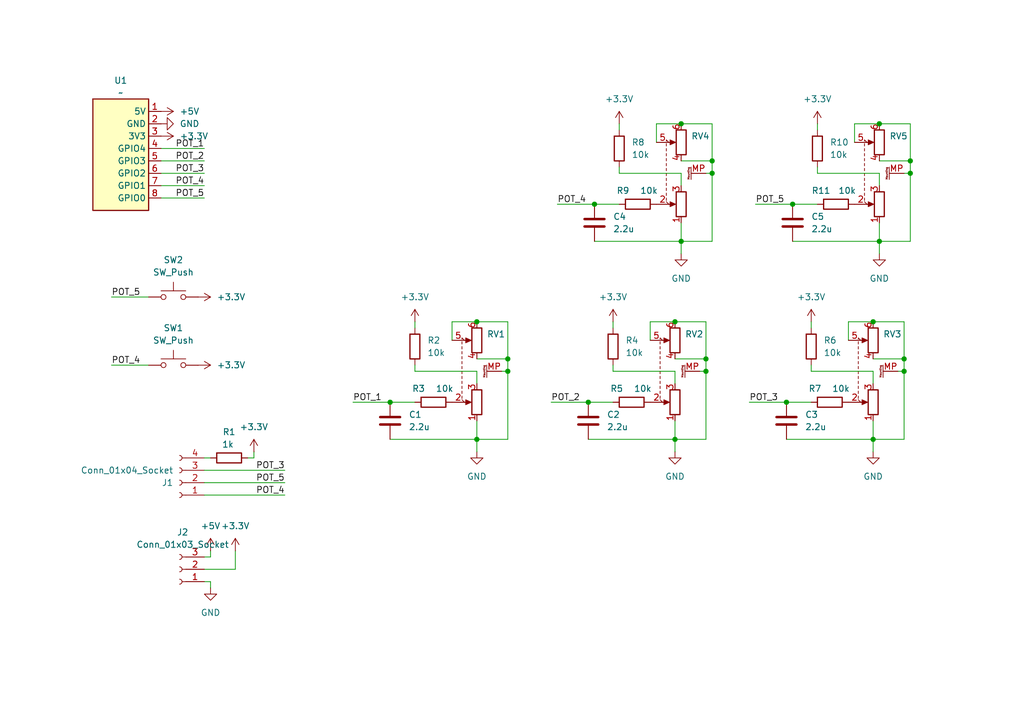
<source format=kicad_sch>
(kicad_sch (version 20231120) (generator "eeschema") (generator_version "8.0")
  (paper "A5")
  (lib_symbols
    (symbol "Connector:Conn_01x03_Socket" (pin_names (offset 1.016) hide)
      (property "Reference" "J" (at 0 5.08 0))
      (property "Value" "Conn_01x03_Socket" (at 0 -5.08 0))
      (symbol "Conn_01x03_Socket_1_1"
        (arc (start 0 -2.032) (mid -0.5058 -2.54) (end 0 -3.048) (stroke (width 0.1524)))
        (polyline (pts (xy -1.27 -2.54) (xy -0.508 -2.54)) (stroke (width 0.1524)))
        (polyline (pts (xy -1.27 0) (xy -0.508 0)) (stroke (width 0.1524)))
        (polyline (pts (xy -1.27 2.54) (xy -0.508 2.54)) (stroke (width 0.1524)))
        (arc (start 0 0.508) (mid -0.5058 0) (end 0 -0.508) (stroke (width 0.1524)))
        (arc (start 0 3.048) (mid -0.5058 2.54) (end 0 2.032) (stroke (width 0.1524)))
        (pin passive line (at -5.08 2.54 0) (length 3.81) (name "Pin_1") (number "1"))
        (pin passive line (at -5.08 0 0) (length 3.81) (name "Pin_2") (number "2"))
        (pin passive line (at -5.08 -2.54 0) (length 3.81) (name "Pin_3") (number "3"))
      )
    )
    (symbol "Connector:Conn_01x04_Socket" (pin_names (offset 1.016) hide)
      (property "Reference" "J" (at 0 5.08 0))
      (property "Value" "Conn_01x04_Socket" (at 0 -7.62 0))
      (symbol "Conn_01x04_Socket_1_1"
        (arc (start 0 -4.572) (mid -0.5058 -5.08) (end 0 -5.588) (stroke (width 0.1524)))
        (arc (start 0 -2.032) (mid -0.5058 -2.54) (end 0 -3.048) (stroke (width 0.1524)))
        (polyline (pts (xy -1.27 -5.08) (xy -0.508 -5.08)) (stroke (width 0.1524)))
        (polyline (pts (xy -1.27 -2.54) (xy -0.508 -2.54)) (stroke (width 0.1524)))
        (polyline (pts (xy -1.27 0) (xy -0.508 0)) (stroke (width 0.1524)))
        (polyline (pts (xy -1.27 2.54) (xy -0.508 2.54)) (stroke (width 0.1524)))
        (arc (start 0 0.508) (mid -0.5058 0) (end 0 -0.508) (stroke (width 0.1524)))
        (arc (start 0 3.048) (mid -0.5058 2.54) (end 0 2.032) (stroke (width 0.1524)))
        (pin passive line (at -5.08 2.54 0) (length 3.81) (name "Pin_1") (number "1"))
        (pin passive line (at -5.08 0 0) (length 3.81) (name "Pin_2") (number "2"))
        (pin passive line (at -5.08 -2.54 0) (length 3.81) (name "Pin_3") (number "3"))
        (pin passive line (at -5.08 -5.08 0) (length 3.81) (name "Pin_4") (number "4"))
      )
    )
    (symbol "Device:C" (pin_numbers hide) (pin_names (offset 0.254))
      (property "Reference" "C" (at 0.635 2.54 0))
      (property "Value" "C" (at 0.635 -2.54 0))
      (symbol "C_0_1"
        (polyline (pts (xy -2.032 -0.762) (xy 2.032 -0.762)) (stroke (width 0.508)))
        (polyline (pts (xy -2.032 0.762) (xy 2.032 0.762)) (stroke (width 0.508)))
      )
      (symbol "C_1_1"
        (pin passive line (at 0 3.81 270) (length 2.794) (name "~") (number "1"))
        (pin passive line (at 0 -3.81 90) (length 2.794) (name "~") (number "2"))
      )
    )
    (symbol "Device:R" (pin_numbers hide) (pin_names (offset 0))
      (property "Reference" "R" (at 2.032 0 90))
      (property "Value" "R" (at 0 0 90))
      (symbol "R_0_1"
        (rectangle (start -1.016 -2.54) (end 1.016 2.54) (stroke (width 0.254)))
      )
      (symbol "R_1_1"
        (pin passive line (at 0 3.81 270) (length 1.27) (name "~") (number "1"))
        (pin passive line (at 0 -3.81 90) (length 1.27) (name "~") (number "2"))
      )
    )
    (symbol "Device:R_Potentiometer_Dual_MountingPin" (pin_names (offset 1.016) hide)
      (property "Reference" "RV" (at 0 3.81 0))
      (property "Value" "R_Potentiometer_Dual_MountingPin" (at 0 1.905 0))
      (symbol "R_Potentiometer_Dual_MountingPin_0_1"
        (rectangle (start -8.89 -1.524) (end -3.81 -3.556) (stroke (width 0.254)))
        (polyline (pts (xy -6.35 0) (xy -6.35 -1.016)))
        (polyline (pts (xy -6.35 0) (xy -6.35 -1.016)))
        (polyline (pts (xy -6.35 0) (xy -5.842 0.508)))
        (polyline (pts (xy -5.588 0.508) (xy -5.08 0.508)))
        (polyline (pts (xy -4.572 0.508) (xy -4.064 0.508)))
        (polyline (pts (xy -3.556 0.508) (xy -3.048 0.508)))
        (polyline (pts (xy -2.54 0.508) (xy -2.032 0.508)))
        (polyline (pts (xy -1.524 0.508) (xy -1.016 0.508)))
        (polyline (pts (xy -0.508 0.508) (xy 0 0.508)))
        (polyline (pts (xy 0.508 0.508) (xy 1.016 0.508)))
        (polyline (pts (xy 1.524 0.508) (xy 2.032 0.508)))
        (polyline (pts (xy 2.54 0.508) (xy 3.048 0.508)))
        (polyline (pts (xy 3.556 0.508) (xy 4.064 0.508)))
        (polyline (pts (xy 4.572 0.508) (xy 5.08 0.508)))
        (polyline (pts (xy 5.588 0.508) (xy 6.096 0.508)))
        (polyline (pts (xy 6.35 0) (xy 6.35 -1.016)))
        (polyline (pts (xy 6.35 0) (xy 6.35 -1.016)))
        (polyline (pts (xy 6.604 0.508) (xy 6.858 0.508) (xy 6.35 0)))
        (polyline (pts (xy -6.35 -1.397) (xy -6.858 -0.254) (xy -5.842 -0.254) (xy -6.35 -1.397)) (fill (type outline)))
        (polyline (pts (xy 6.35 -1.397) (xy 5.842 -0.254) (xy 6.858 -0.254) (xy 6.35 -1.397)) (fill (type outline)))
        (rectangle (start 3.81 -1.524) (end 8.89 -3.556) (stroke (width 0.254)))
      )
      (symbol "R_Potentiometer_Dual_MountingPin_1_1"
        (polyline (pts (xy -1.27 -4.578) (xy 1.27 -4.578)))
        (text "Mounting" (at 0 -4.066 0) (effects (font (size 0.381 0.381))))
        (pin passive line (at -10.16 -2.54 0) (length 1.27) (name "1") (number "1"))
        (pin passive line (at -6.35 2.54 270) (length 2.54) (name "2") (number "2"))
        (pin passive line (at -2.54 -2.54 180) (length 1.27) (name "3") (number "3"))
        (pin passive line (at 2.54 -2.54 0) (length 1.27) (name "4") (number "4"))
        (pin passive line (at 6.35 2.54 270) (length 2.54) (name "5") (number "5"))
        (pin passive line (at 10.16 -2.54 180) (length 1.27) (name "6") (number "6"))
        (pin passive line (at 0 -7.62 90) (length 3.048) (name "MountPin") (number "MP"))
      )
    )
    (symbol "Switch:SW_Push" (pin_numbers hide) (pin_names (offset 1.016) hide)
      (property "Reference" "SW" (at 1.27 2.54 0))
      (property "Value" "SW_Push" (at 0 -1.524 0))
      (symbol "SW_Push_0_1"
        (circle (center -2.032 0) (radius 0.508))
        (polyline (pts (xy 0 1.27) (xy 0 3.048)))
        (polyline (pts (xy 2.54 1.27) (xy -2.54 1.27)))
        (circle (center 2.032 0) (radius 0.508))
        (pin passive line (at -5.08 0 0) (length 2.54) (name "1") (number "1"))
        (pin passive line (at 5.08 0 180) (length 2.54) (name "2") (number "2"))
      )
    )
    (symbol "lib:ESP32-right-side"
      (property "Reference" "U" (at -5.08 13.97 0))
      (symbol "ESP32-right-side_0_1"
        (rectangle (start -6.35 12.7) (end 5.08 -10.16) (stroke (width 0.254)) (fill (type background)))
      )
      (symbol "ESP32-right-side_1_1"
        (pin power_out line (at 7.62 10.16 180) (length 2.54) (name "5V") (number "1"))
        (pin passive line (at 7.62 7.62 180) (length 2.54) (name "GND") (number "2"))
        (pin output line (at 7.62 5.08 180) (length 2.54) (name "3V3") (number "3"))
        (pin bidirectional line (at 7.62 2.54 180) (length 2.54) (name "GPIO4") (number "4"))
        (pin bidirectional line (at 7.62 0 180) (length 2.54) (name "GPIO3") (number "5"))
        (pin bidirectional line (at 7.62 -2.54 180) (length 2.54) (name "GPIO2") (number "6"))
        (pin bidirectional line (at 7.62 -5.08 180) (length 2.54) (name "GPIO1") (number "7"))
        (pin bidirectional line (at 7.62 -7.62 180) (length 2.54) (name "GPIO0") (number "8"))
      )
    )
    (symbol "power:+3.3V" (power) (pin_numbers hide) (pin_names (offset 0) hide)
      (property "Value" "+3.3V" (at 0 3.556 0))
      (symbol "+3.3V_0_1"
        (polyline (pts (xy -0.762 1.27) (xy 0 2.54)))
        (polyline (pts (xy 0 0) (xy 0 2.54)))
        (polyline (pts (xy 0 2.54) (xy 0.762 1.27)))
      )
      (symbol "+3.3V_1_1"
        (pin power_in line (at 0 0 90) (length 0) (name "~") (number "1"))
      )
    )
    (symbol "power:+5V" (power) (pin_numbers hide) (pin_names (offset 0) hide)
      (property "Value" "+5V" (at 0 3.556 0))
      (symbol "+5V_0_1"
        (polyline (pts (xy -0.762 1.27) (xy 0 2.54)))
        (polyline (pts (xy 0 0) (xy 0 2.54)))
        (polyline (pts (xy 0 2.54) (xy 0.762 1.27)))
      )
      (symbol "+5V_1_1"
        (pin power_in line (at 0 0 90) (length 0) (name "~") (number "1"))
      )
    )
    (symbol "power:GND" (power) (pin_numbers hide) (pin_names (offset 0) hide)
      (property "Value" "GND" (at 0 -3.81 0))
      (symbol "GND_0_1"
        (polyline (pts (xy 0 0) (xy 0 -1.27) (xy 1.27 -1.27) (xy 0 -2.54) (xy -1.27 -1.27) (xy 0 -1.27)))
      )
      (symbol "GND_1_1"
        (pin power_in line (at 0 0 270) (length 0) (name "~") (number "1"))
      )
    )
  )
  (junction (at 179.07 66.04))
  (junction (at 185.42 73.66))
  (junction (at 104.14 76.2))
  (junction (at 138.43 66.04))
  (junction (at 104.14 73.66))
  (junction (at 185.42 76.2))
  (junction (at 179.07 90.17))
  (junction (at 139.7 49.53))
  (junction (at 97.79 90.17))
  (junction (at 146.05 35.56))
  (junction (at 97.79 66.04))
  (junction (at 144.78 73.66))
  (junction (at 180.34 25.4))
  (junction (at 120.65 82.55))
  (junction (at 121.92 41.91))
  (junction (at 138.43 90.17))
  (junction (at 139.7 25.4))
  (junction (at 80.01 82.55))
  (junction (at 162.56 41.91))
  (junction (at 186.69 33.02))
  (junction (at 186.69 35.56))
  (junction (at 146.05 33.02))
  (junction (at 180.34 49.53))
  (junction (at 161.29 82.55))
  (junction (at 144.78 76.2))
  (wire (pts (xy 175.26 29.21) (xy 175.26 25.4)))
  (wire (pts (xy 138.43 73.66) (xy 144.78 73.66)))
  (wire (pts (xy 127 34.29) (xy 127 35.56)))
  (wire (pts (xy 97.79 76.2) (xy 97.79 78.74)))
  (wire (pts (xy 85.09 74.93) (xy 85.09 76.2)))
  (wire (pts (xy 43.18 120.65) (xy 43.18 119.38)))
  (wire (pts (xy 125.73 74.93) (xy 125.73 76.2)))
  (wire (pts (xy 143.51 76.2) (xy 144.78 76.2)))
  (wire (pts (xy 139.7 35.56) (xy 139.7 38.1)))
  (wire (pts (xy 72.39 82.55) (xy 80.01 82.55)))
  (wire (pts (xy 185.42 66.04) (xy 185.42 73.66)))
  (wire (pts (xy 144.78 76.2) (xy 144.78 90.17)))
  (wire (pts (xy 43.18 119.38) (xy 41.91 119.38)))
  (wire (pts (xy 180.34 49.53) (xy 180.34 52.07)))
  (wire (pts (xy 139.7 25.4) (xy 146.05 25.4)))
  (wire (pts (xy 161.29 90.17) (xy 179.07 90.17)))
  (wire (pts (xy 179.07 73.66) (xy 185.42 73.66)))
  (wire (pts (xy 41.91 93.98) (xy 43.18 93.98)))
  (wire (pts (xy 114.3 41.91) (xy 121.92 41.91)))
  (wire (pts (xy 173.99 66.04) (xy 179.07 66.04)))
  (wire (pts (xy 179.07 86.36) (xy 179.07 90.17)))
  (wire (pts (xy 180.34 33.02) (xy 186.69 33.02)))
  (wire (pts (xy 180.34 35.56) (xy 180.34 38.1)))
  (wire (pts (xy 186.69 25.4) (xy 186.69 33.02)))
  (wire (pts (xy 185.42 73.66) (xy 185.42 76.2)))
  (wire (pts (xy 134.62 29.21) (xy 134.62 25.4)))
  (wire (pts (xy 80.01 82.55) (xy 85.09 82.55)))
  (wire (pts (xy 185.42 35.56) (xy 186.69 35.56)))
  (wire (pts (xy 120.65 82.55) (xy 125.73 82.55)))
  (wire (pts (xy 139.7 33.02) (xy 146.05 33.02)))
  (wire (pts (xy 33.02 38.1) (xy 41.91 38.1)))
  (wire (pts (xy 92.71 69.85) (xy 92.71 66.04)))
  (wire (pts (xy 139.7 45.72) (xy 139.7 49.53)))
  (wire (pts (xy 104.14 90.17) (xy 97.79 90.17)))
  (wire (pts (xy 22.86 74.93) (xy 30.48 74.93)))
  (wire (pts (xy 138.43 66.04) (xy 144.78 66.04)))
  (wire (pts (xy 22.86 60.96) (xy 30.48 60.96)))
  (wire (pts (xy 166.37 74.93) (xy 166.37 76.2)))
  (wire (pts (xy 80.01 90.17) (xy 97.79 90.17)))
  (wire (pts (xy 120.65 90.17) (xy 138.43 90.17)))
  (wire (pts (xy 186.69 49.53) (xy 180.34 49.53)))
  (wire (pts (xy 85.09 76.2) (xy 97.79 76.2)))
  (wire (pts (xy 50.8 93.98) (xy 52.07 93.98)))
  (wire (pts (xy 186.69 35.56) (xy 186.69 49.53)))
  (wire (pts (xy 85.09 66.04) (xy 85.09 67.31)))
  (wire (pts (xy 41.91 96.52) (xy 58.42 96.52)))
  (wire (pts (xy 41.91 101.6) (xy 58.42 101.6)))
  (wire (pts (xy 146.05 49.53) (xy 139.7 49.53)))
  (wire (pts (xy 133.35 66.04) (xy 138.43 66.04)))
  (wire (pts (xy 162.56 49.53) (xy 180.34 49.53)))
  (wire (pts (xy 48.26 113.03) (xy 48.26 116.84)))
  (wire (pts (xy 154.94 41.91) (xy 162.56 41.91)))
  (wire (pts (xy 146.05 35.56) (xy 146.05 49.53)))
  (wire (pts (xy 185.42 76.2) (xy 185.42 90.17)))
  (wire (pts (xy 102.87 76.2) (xy 104.14 76.2)))
  (wire (pts (xy 184.15 76.2) (xy 185.42 76.2)))
  (wire (pts (xy 33.02 33.02) (xy 41.91 33.02)))
  (wire (pts (xy 175.26 25.4) (xy 180.34 25.4)))
  (wire (pts (xy 166.37 76.2) (xy 179.07 76.2)))
  (wire (pts (xy 138.43 86.36) (xy 138.43 90.17)))
  (wire (pts (xy 139.7 49.53) (xy 139.7 52.07)))
  (wire (pts (xy 97.79 86.36) (xy 97.79 90.17)))
  (wire (pts (xy 153.67 82.55) (xy 161.29 82.55)))
  (wire (pts (xy 33.02 40.64) (xy 41.91 40.64)))
  (wire (pts (xy 179.07 66.04) (xy 185.42 66.04)))
  (wire (pts (xy 186.69 33.02) (xy 186.69 35.56)))
  (wire (pts (xy 144.78 66.04) (xy 144.78 73.66)))
  (wire (pts (xy 127 35.56) (xy 139.7 35.56)))
  (wire (pts (xy 121.92 41.91) (xy 127 41.91)))
  (wire (pts (xy 97.79 90.17) (xy 97.79 92.71)))
  (wire (pts (xy 41.91 99.06) (xy 58.42 99.06)))
  (wire (pts (xy 161.29 82.55) (xy 166.37 82.55)))
  (wire (pts (xy 104.14 76.2) (xy 104.14 90.17)))
  (wire (pts (xy 121.92 49.53) (xy 139.7 49.53)))
  (wire (pts (xy 43.18 114.3) (xy 43.18 113.03)))
  (wire (pts (xy 180.34 45.72) (xy 180.34 49.53)))
  (wire (pts (xy 180.34 25.4) (xy 186.69 25.4)))
  (wire (pts (xy 144.78 90.17) (xy 138.43 90.17)))
  (wire (pts (xy 167.64 25.4) (xy 167.64 26.67)))
  (wire (pts (xy 97.79 73.66) (xy 104.14 73.66)))
  (wire (pts (xy 138.43 90.17) (xy 138.43 92.71)))
  (wire (pts (xy 41.91 114.3) (xy 43.18 114.3)))
  (wire (pts (xy 104.14 66.04) (xy 104.14 73.66)))
  (wire (pts (xy 166.37 66.04) (xy 166.37 67.31)))
  (wire (pts (xy 52.07 93.98) (xy 52.07 92.71)))
  (wire (pts (xy 167.64 34.29) (xy 167.64 35.56)))
  (wire (pts (xy 134.62 25.4) (xy 139.7 25.4)))
  (wire (pts (xy 179.07 90.17) (xy 179.07 92.71)))
  (wire (pts (xy 146.05 25.4) (xy 146.05 33.02)))
  (wire (pts (xy 179.07 76.2) (xy 179.07 78.74)))
  (wire (pts (xy 173.99 69.85) (xy 173.99 66.04)))
  (wire (pts (xy 97.79 66.04) (xy 104.14 66.04)))
  (wire (pts (xy 133.35 69.85) (xy 133.35 66.04)))
  (wire (pts (xy 33.02 30.48) (xy 41.91 30.48)))
  (wire (pts (xy 113.03 82.55) (xy 120.65 82.55)))
  (wire (pts (xy 125.73 76.2) (xy 138.43 76.2)))
  (wire (pts (xy 146.05 33.02) (xy 146.05 35.56)))
  (wire (pts (xy 167.64 35.56) (xy 180.34 35.56)))
  (wire (pts (xy 144.78 73.66) (xy 144.78 76.2)))
  (wire (pts (xy 162.56 41.91) (xy 167.64 41.91)))
  (wire (pts (xy 138.43 76.2) (xy 138.43 78.74)))
  (wire (pts (xy 144.78 35.56) (xy 146.05 35.56)))
  (wire (pts (xy 185.42 90.17) (xy 179.07 90.17)))
  (wire (pts (xy 125.73 66.04) (xy 125.73 67.31)))
  (wire (pts (xy 127 25.4) (xy 127 26.67)))
  (wire (pts (xy 104.14 73.66) (xy 104.14 76.2)))
  (wire (pts (xy 48.26 116.84) (xy 41.91 116.84)))
  (wire (pts (xy 92.71 66.04) (xy 97.79 66.04)))
  (wire (pts (xy 33.02 35.56) (xy 41.91 35.56)))
  (label "POT_4" (at 22.86 74.93 0))
  (label "POT_2" (at 113.03 82.55 0))
  (label "POT_4" (at 114.3 41.91 0))
  (label "POT_1" (at 72.39 82.55 0))
  (label "POT_5" (at 58.42 99.06 180))
  (label "POT_4" (at 41.91 38.1 180))
  (label "POT_1" (at 41.91 30.48 180))
  (label "POT_3" (at 58.42 96.52 180))
  (label "POT_5" (at 154.94 41.91 0))
  (label "POT_2" (at 41.91 33.02 180))
  (label "POT_5" (at 41.91 40.64 180))
  (label "POT_5" (at 22.86 60.96 0))
  (label "POT_4" (at 58.42 101.6 180))
  (label "POT_3" (at 153.67 82.55 0))
  (label "POT_3" (at 41.91 35.56 180))
  (symbol (lib_id "power:+5V") (at 43.18 113.03 0) (unit 1)
    (property "Reference" "#PWR016" (effects (hide yes)))
    (property "Value" "+5V" (at 43.18 107.95 0))
    (property "Description" "Power symbol creates a global label with name \"+5V\"" (effects (hide yes)))
  )
  (symbol (lib_id "power:GND") (at 139.7 52.07 0) (unit 1)
    (property "Reference" "#PWR08" (effects (hide yes)))
    (property "Value" "GND" (at 139.7 57.15 0))
    (property "Description" "Power symbol creates a global label with name \"GND\" , ground" (effects (hide yes)))
  )
  (symbol (lib_id "power:+3.3V") (at 33.02 27.94 270) (unit 1)
    (property "Reference" "#PWR019" (effects (hide yes)))
    (property "Value" "+3.3V" (at 36.83 27.9399 90) (effects (justify left)))
    (property "Description" "Power symbol creates a global label with name \"+3.3V\"" (effects (hide yes)))
  )
  (symbol (lib_id "power:GND") (at 33.02 25.4 90) (unit 1)
    (property "Reference" "#PWR018" (effects (hide yes)))
    (property "Value" "GND" (at 36.83 25.3999 90) (effects (justify right)))
    (property "Description" "Power symbol creates a global label with name \"GND\" , ground" (effects (hide yes)))
  )
  (symbol (lib_id "power:GND") (at 97.79 92.71 0) (unit 1)
    (property "Reference" "#PWR01" (effects (hide yes)))
    (property "Value" "GND" (at 97.79 97.79 0))
    (property "Description" "Power symbol creates a global label with name \"GND\" , ground" (effects (hide yes)))
  )
  (symbol (lib_id "Device:R_Potentiometer_Dual_MountingPin") (at 95.25 76.2 90) (unit 1)
    (property "Reference" "RV1" (at 103.632 68.58 90) (effects (justify left)))
    (property "Value" "R_Potentiometer_Dual_MountingPin" (effects (hide yes)))
    (property "Footprint" "Lib:potentiometer_slider_75mm" (effects (hide yes)))
    (property "Description" "Dual potentiometer with a mounting pin" (effects (hide yes)))
  )
  (symbol (lib_id "Device:C") (at 162.56 45.72 180) (unit 1)
    (property "Reference" "C5" (at 166.37 44.4499 0) (effects (justify right)))
    (property "Value" "2.2u" (at 166.37 46.9899 0) (effects (justify right)))
    (property "Footprint" "Capacitor_SMD:C_0603_1608Metric_Pad1.08x0.95mm_HandSolder" (effects (hide yes)))
    (property "Description" "Unpolarized capacitor" (effects (hide yes)))
  )
  (symbol (lib_id "power:GND") (at 180.34 52.07 0) (unit 1)
    (property "Reference" "#PWR010" (effects (hide yes)))
    (property "Value" "GND" (at 180.34 57.15 0))
    (property "Description" "Power symbol creates a global label with name \"GND\" , ground" (effects (hide yes)))
  )
  (symbol (lib_id "Device:R_Potentiometer_Dual_MountingPin") (at 176.53 76.2 90) (unit 1)
    (property "Reference" "RV3" (at 184.912 68.58 90) (effects (justify left)))
    (property "Value" "R_Potentiometer_Dual_MountingPin" (effects (hide yes)))
    (property "Footprint" "Lib:potentiometer_slider_75mm" (effects (hide yes)))
    (property "Description" "Dual potentiometer with a mounting pin" (effects (hide yes)))
  )
  (symbol (lib_id "power:+3.3V") (at 40.64 74.93 270) (unit 1)
    (property "Reference" "#PWR013" (effects (hide yes)))
    (property "Value" "+3.3V" (at 44.45 74.9299 90) (effects (justify left)))
    (property "Description" "Power symbol creates a global label with name \"+3.3V\"" (effects (hide yes)))
  )
  (symbol (lib_id "power:+3.3V") (at 127 25.4 0) (unit 1)
    (property "Reference" "#PWR07" (effects (hide yes)))
    (property "Value" "+3.3V" (at 127 20.32 0))
    (property "Description" "Power symbol creates a global label with name \"+3.3V\"" (effects (hide yes)))
  )
  (symbol (lib_id "Device:R") (at 46.99 93.98 270) (unit 1)
    (property "Reference" "R1" (at 46.99 88.646 90))
    (property "Value" "1k" (at 46.736 91.186 90))
    (property "Footprint" "Resistor_SMD:R_0603_1608Metric_Pad0.98x0.95mm_HandSolder" (effects (hide yes)))
    (property "Description" "Resistor" (effects (hide yes)))
  )
  (symbol (lib_id "power:GND") (at 138.43 92.71 0) (unit 1)
    (property "Reference" "#PWR04" (effects (hide yes)))
    (property "Value" "GND" (at 138.43 97.79 0))
    (property "Description" "Power symbol creates a global label with name \"GND\" , ground" (effects (hide yes)))
  )
  (symbol (lib_id "lib:ESP32-right-side") (at 25.4 33.02 0) (unit 1)
    (property "Reference" "U1" (at 24.765 16.51 0))
    (property "Value" "~" (at 24.765 19.05 0))
    (property "Footprint" "Lib:ESP32-C3_SuperMini_TOP" (effects (hide yes)))
  )
  (symbol (lib_id "Device:R") (at 125.73 71.12 0) (unit 1)
    (property "Reference" "R4" (at 128.27 69.8499 0) (effects (justify left)))
    (property "Value" "10k" (at 128.27 72.3899 0) (effects (justify left)))
    (property "Footprint" "Resistor_SMD:R_0603_1608Metric_Pad0.98x0.95mm_HandSolder" (effects (hide yes)))
    (property "Description" "Resistor" (effects (hide yes)))
  )
  (symbol (lib_id "Switch:SW_Push") (at 35.56 74.93 0) (unit 1)
    (property "Reference" "SW1" (at 35.56 67.31 0))
    (property "Value" "SW_Push" (at 35.56 69.85 0))
    (property "Footprint" "Button_Switch_THT:SW_Tactile_SPST_Angled_PTS645Vx83-2LFS" (effects (hide yes)))
    (property "Description" "Push button switch, generic, two pins" (effects (hide yes)))
  )
  (symbol (lib_id "Device:R") (at 170.18 82.55 270) (mirror x) (unit 1)
    (property "Reference" "R7" (at 167.132 79.756 90))
    (property "Value" "10k" (at 172.466 79.756 90))
    (property "Footprint" "Resistor_SMD:R_0603_1608Metric_Pad0.98x0.95mm_HandSolder" (effects (hide yes)))
    (property "Description" "Resistor" (effects (hide yes)))
  )
  (symbol (lib_id "Device:R") (at 129.54 82.55 270) (mirror x) (unit 1)
    (property "Reference" "R5" (at 126.492 79.756 90))
    (property "Value" "10k" (at 131.826 79.756 90))
    (property "Footprint" "Resistor_SMD:R_0603_1608Metric_Pad0.98x0.95mm_HandSolder" (effects (hide yes)))
    (property "Description" "Resistor" (effects (hide yes)))
  )
  (symbol (lib_id "Device:C") (at 161.29 86.36 180) (unit 1)
    (property "Reference" "C3" (at 165.1 85.0899 0) (effects (justify right)))
    (property "Value" "2.2u" (at 165.1 87.6299 0) (effects (justify right)))
    (property "Footprint" "Capacitor_SMD:C_0603_1608Metric_Pad1.08x0.95mm_HandSolder" (effects (hide yes)))
    (property "Description" "Unpolarized capacitor" (effects (hide yes)))
  )
  (symbol (lib_id "Device:C") (at 80.01 86.36 180) (unit 1)
    (property "Reference" "C1" (at 83.82 85.0899 0) (effects (justify right)))
    (property "Value" "2.2u" (at 83.82 87.6299 0) (effects (justify right)))
    (property "Footprint" "Capacitor_SMD:C_0603_1608Metric_Pad1.08x0.95mm_HandSolder" (effects (hide yes)))
    (property "Description" "Unpolarized capacitor" (effects (hide yes)))
  )
  (symbol (lib_id "Device:R") (at 166.37 71.12 0) (unit 1)
    (property "Reference" "R6" (at 168.91 69.8499 0) (effects (justify left)))
    (property "Value" "10k" (at 168.91 72.3899 0) (effects (justify left)))
    (property "Footprint" "Resistor_SMD:R_0603_1608Metric_Pad0.98x0.95mm_HandSolder" (effects (hide yes)))
    (property "Description" "Resistor" (effects (hide yes)))
  )
  (symbol (lib_id "power:GND") (at 179.07 92.71 0) (unit 1)
    (property "Reference" "#PWR06" (effects (hide yes)))
    (property "Value" "GND" (at 179.07 97.79 0))
    (property "Description" "Power symbol creates a global label with name \"GND\" , ground" (effects (hide yes)))
  )
  (symbol (lib_id "power:+3.3V") (at 40.64 60.96 270) (unit 1)
    (property "Reference" "#PWR012" (effects (hide yes)))
    (property "Value" "+3.3V" (at 44.45 60.9599 90) (effects (justify left)))
    (property "Description" "Power symbol creates a global label with name \"+3.3V\"" (effects (hide yes)))
  )
  (symbol (lib_id "Device:R") (at 167.64 30.48 0) (unit 1)
    (property "Reference" "R10" (at 170.18 29.2099 0) (effects (justify left)))
    (property "Value" "10k" (at 170.18 31.7499 0) (effects (justify left)))
    (property "Footprint" "Resistor_SMD:R_0603_1608Metric_Pad0.98x0.95mm_HandSolder" (effects (hide yes)))
    (property "Description" "Resistor" (effects (hide yes)))
  )
  (symbol (lib_id "Device:R") (at 127 30.48 0) (unit 1)
    (property "Reference" "R8" (at 129.54 29.2099 0) (effects (justify left)))
    (property "Value" "10k" (at 129.54 31.7499 0) (effects (justify left)))
    (property "Footprint" "Resistor_SMD:R_0603_1608Metric_Pad0.98x0.95mm_HandSolder" (effects (hide yes)))
    (property "Description" "Resistor" (effects (hide yes)))
  )
  (symbol (lib_id "Connector:Conn_01x04_Socket") (at 36.83 99.06 180) (unit 1)
    (property "Reference" "J1" (at 35.56 99.0601 0) (effects (justify left)))
    (property "Value" "Conn_01x04_Socket" (at 35.56 96.5201 0) (effects (justify left)))
    (property "Footprint" "Connector_PinHeader_2.54mm:PinHeader_1x04_P2.54mm_Vertical" (effects (hide yes)))
    (property "Description" "Generic connector, single row, 01x04, script generated" (effects (hide yes)))
  )
  (symbol (lib_id "Device:R_Potentiometer_Dual_MountingPin") (at 177.8 35.56 90) (unit 1)
    (property "Reference" "RV5" (at 186.182 27.94 90) (effects (justify left)))
    (property "Value" "R_Potentiometer_Dual_MountingPin" (effects (hide yes)))
    (property "Footprint" "Lib:potentiometer_slider_75mm" (effects (hide yes)))
    (property "Description" "Dual potentiometer with a mounting pin" (effects (hide yes)))
  )
  (symbol (lib_id "Device:C") (at 120.65 86.36 180) (unit 1)
    (property "Reference" "C2" (at 124.46 85.0899 0) (effects (justify right)))
    (property "Value" "2.2u" (at 124.46 87.6299 0) (effects (justify right)))
    (property "Footprint" "Capacitor_SMD:C_0603_1608Metric_Pad1.08x0.95mm_HandSolder" (effects (hide yes)))
    (property "Description" "Unpolarized capacitor" (effects (hide yes)))
  )
  (symbol (lib_id "power:+3.3V") (at 52.07 92.71 0) (unit 1)
    (property "Reference" "#PWR011" (effects (hide yes)))
    (property "Value" "+3.3V" (at 52.07 87.63 0))
    (property "Description" "Power symbol creates a global label with name \"+3.3V\"" (effects (hide yes)))
  )
  (symbol (lib_id "Switch:SW_Push") (at 35.56 60.96 0) (unit 1)
    (property "Reference" "SW2" (at 35.56 53.34 0))
    (property "Value" "SW_Push" (at 35.56 55.88 0))
    (property "Footprint" "Button_Switch_THT:SW_Tactile_SPST_Angled_PTS645Vx83-2LFS" (effects (hide yes)))
    (property "Description" "Push button switch, generic, two pins" (effects (hide yes)))
  )
  (symbol (lib_id "power:+3.3V") (at 167.64 25.4 0) (unit 1)
    (property "Reference" "#PWR09" (effects (hide yes)))
    (property "Value" "+3.3V" (at 167.64 20.32 0))
    (property "Description" "Power symbol creates a global label with name \"+3.3V\"" (effects (hide yes)))
  )
  (symbol (lib_id "Connector:Conn_01x03_Socket") (at 36.83 116.84 180) (unit 1)
    (property "Reference" "J2" (at 37.465 109.22 0))
    (property "Value" "Conn_01x03_Socket" (at 37.465 111.76 0))
    (property "Footprint" "Connector_PinHeader_2.54mm:PinHeader_1x03_P2.54mm_Vertical" (effects (hide yes)))
    (property "Description" "Generic connector, single row, 01x03, script generated" (effects (hide yes)))
  )
  (symbol (lib_id "Device:R_Potentiometer_Dual_MountingPin") (at 135.89 76.2 90) (unit 1)
    (property "Reference" "RV2" (at 144.272 68.58 90) (effects (justify left)))
    (property "Value" "R_Potentiometer_Dual_MountingPin" (effects (hide yes)))
    (property "Footprint" "Lib:potentiometer_slider_75mm" (effects (hide yes)))
    (property "Description" "Dual potentiometer with a mounting pin" (effects (hide yes)))
  )
  (symbol (lib_id "Device:C") (at 121.92 45.72 180) (unit 1)
    (property "Reference" "C4" (at 125.73 44.4499 0) (effects (justify right)))
    (property "Value" "2.2u" (at 125.73 46.9899 0) (effects (justify right)))
    (property "Footprint" "Capacitor_SMD:C_0603_1608Metric_Pad1.08x0.95mm_HandSolder" (effects (hide yes)))
    (property "Description" "Unpolarized capacitor" (effects (hide yes)))
  )
  (symbol (lib_id "power:+3.3V") (at 125.73 66.04 0) (unit 1)
    (property "Reference" "#PWR03" (effects (hide yes)))
    (property "Value" "+3.3V" (at 125.73 60.96 0))
    (property "Description" "Power symbol creates a global label with name \"+3.3V\"" (effects (hide yes)))
  )
  (symbol (lib_id "Device:R") (at 88.9 82.55 270) (mirror x) (unit 1)
    (property "Reference" "R3" (at 85.852 79.756 90))
    (property "Value" "10k" (at 91.186 79.756 90))
    (property "Footprint" "Resistor_SMD:R_0603_1608Metric_Pad0.98x0.95mm_HandSolder" (effects (hide yes)))
    (property "Description" "Resistor" (effects (hide yes)))
  )
  (symbol (lib_id "Device:R") (at 85.09 71.12 0) (unit 1)
    (property "Reference" "R2" (at 87.63 69.8499 0) (effects (justify left)))
    (property "Value" "10k" (at 87.63 72.3899 0) (effects (justify left)))
    (property "Footprint" "Resistor_SMD:R_0603_1608Metric_Pad0.98x0.95mm_HandSolder" (effects (hide yes)))
    (property "Description" "Resistor" (effects (hide yes)))
  )
  (symbol (lib_id "power:+3.3V") (at 85.09 66.04 0) (unit 1)
    (property "Reference" "#PWR02" (effects (hide yes)))
    (property "Value" "+3.3V" (at 85.09 60.96 0))
    (property "Description" "Power symbol creates a global label with name \"+3.3V\"" (effects (hide yes)))
  )
  (symbol (lib_id "Device:R_Potentiometer_Dual_MountingPin") (at 137.16 35.56 90) (unit 1)
    (property "Reference" "RV4" (at 145.542 27.94 90) (effects (justify left)))
    (property "Value" "R_Potentiometer_Dual_MountingPin" (effects (hide yes)))
    (property "Footprint" "Lib:potentiometer_slider_75mm" (effects (hide yes)))
    (property "Description" "Dual potentiometer with a mounting pin" (effects (hide yes)))
  )
  (symbol (lib_id "Device:R") (at 130.81 41.91 270) (mirror x) (unit 1)
    (property "Reference" "R9" (at 127.762 39.116 90))
    (property "Value" "10k" (at 133.096 39.116 90))
    (property "Footprint" "Resistor_SMD:R_0603_1608Metric_Pad0.98x0.95mm_HandSolder" (effects (hide yes)))
    (property "Description" "Resistor" (effects (hide yes)))
  )
  (symbol (lib_id "power:+5V") (at 33.02 22.86 270) (unit 1)
    (property "Reference" "#PWR017" (effects (hide yes)))
    (property "Value" "+5V" (at 36.83 22.8599 90) (effects (justify left)))
    (property "Description" "Power symbol creates a global label with name \"+5V\"" (effects (hide yes)))
  )
  (symbol (lib_id "Device:R") (at 171.45 41.91 270) (mirror x) (unit 1)
    (property "Reference" "R11" (at 168.402 39.116 90))
    (property "Value" "10k" (at 173.736 39.116 90))
    (property "Footprint" "Resistor_SMD:R_0603_1608Metric_Pad0.98x0.95mm_HandSolder" (effects (hide yes)))
    (property "Description" "Resistor" (effects (hide yes)))
  )
  (symbol (lib_id "power:+3.3V") (at 48.26 113.03 0) (unit 1)
    (property "Reference" "#PWR014" (effects (hide yes)))
    (property "Value" "+3.3V" (at 48.26 107.95 0))
    (property "Description" "Power symbol creates a global label with name \"+3.3V\"" (effects (hide yes)))
  )
  (symbol (lib_id "power:GND") (at 43.18 120.65 0) (unit 1)
    (property "Reference" "#PWR015" (effects (hide yes)))
    (property "Value" "GND" (at 43.18 125.73 0))
    (property "Description" "Power symbol creates a global label with name \"GND\" , ground" (effects (hide yes)))
  )
  (symbol (lib_id "power:+3.3V") (at 166.37 66.04 0) (unit 1)
    (property "Reference" "#PWR05" (effects (hide yes)))
    (property "Value" "+3.3V" (at 166.37 60.96 0))
    (property "Description" "Power symbol creates a global label with name \"+3.3V\"" (effects (hide yes)))
  )
)
</source>
